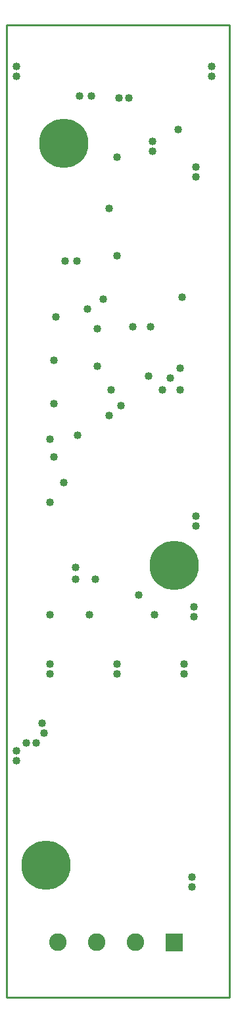
<source format=gbr>
G04 start of page 4 for group 2 idx 6 *
G04 Title: LED driver v. 0.1, Outline *
G04 Creator: pcb 1.99x *
G04 CreationDate: Sun Jun 28 04:20:52 2009 UTC *
G04 For: davidellsworth *
G04 Format: Gerber/RS-274X *
G04 PCB-Dimensions: 113000 493000 *
G04 PCB-Coordinate-Origin: lower left *
%MOIN*%
%FSLAX24Y24*%
%LNOUTLINE*%
%ADD11C,0.0200*%
%ADD15C,0.0100*%
%ADD16C,0.0891*%
%ADD17C,0.0400*%
%ADD18C,0.2500*%
%ADD19C,0.0591*%
%ADD20C,0.0150*%
%ADD21C,0.1250*%
G54D15*X0Y49300D02*Y0D01*
X11300Y49300D02*Y0D01*
X0Y49300D02*X11300D01*
X0Y0D02*X11300D01*
G54D11*G36*
X8054Y3245D02*Y2354D01*
X8945D01*
Y3245D01*
X8054D01*
G37*
G54D16*X6531Y2800D03*
X4563D03*
X2594D03*
G54D17*X6700Y20400D03*
X9500Y19300D03*
Y19800D03*
X9000Y16400D03*
X7500Y19400D03*
X9000Y16900D03*
X5600D03*
Y16400D03*
X4200Y19400D03*
X2200Y16900D03*
Y16400D03*
Y19400D03*
X9600Y23900D03*
Y24400D03*
G54D18*X8500Y21900D03*
G54D17*X3500Y21800D03*
Y21200D03*
X4500D03*
X1800Y13900D03*
G54D18*X2000Y6700D03*
G54D17*X1500Y12900D03*
X1900Y13400D03*
X1000Y12900D03*
X500Y12500D03*
Y12000D03*
X9400Y5600D03*
Y6100D03*
G54D18*X2900Y43300D03*
G54D17*X3700Y45700D03*
X4300D03*
X500Y46700D03*
X10400D03*
X8700Y44000D03*
X7400Y43400D03*
Y42900D03*
X6200Y45600D03*
X5200Y40000D03*
X5600Y42600D03*
X5700Y45600D03*
X500Y47200D03*
X10400D03*
X9600Y42100D03*
Y41600D03*
X2200Y25100D03*
Y28300D03*
X2400Y27400D03*
X2900Y26100D03*
X2400Y30100D03*
X3600Y28500D03*
X8300Y31400D03*
X7900Y30800D03*
X5800Y30000D03*
X5300Y30800D03*
X5200Y29500D03*
X7200Y31500D03*
X6400Y34000D03*
X7300D03*
X8800Y30800D03*
Y31900D03*
X4600Y32000D03*
X2400Y32300D03*
X4600Y33900D03*
X2500Y34500D03*
X4900Y35400D03*
X4100Y34900D03*
X3550Y37350D03*
X2950D03*
X5600Y37600D03*
X8900Y35500D03*
G54D19*G54D20*G54D21*G54D20*G54D21*G54D20*G54D21*G54D20*M02*

</source>
